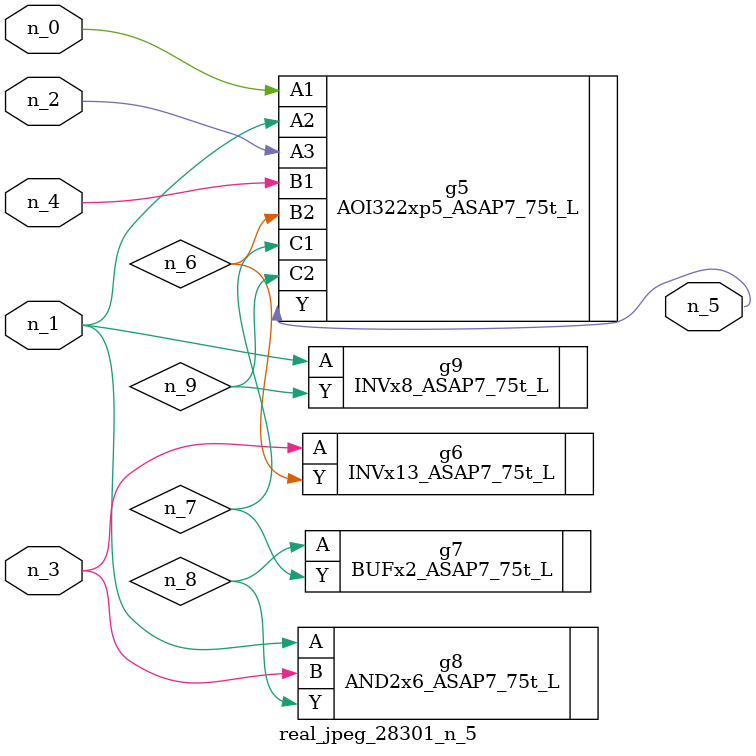
<source format=v>
module real_jpeg_28301_n_5 (n_4, n_0, n_1, n_2, n_3, n_5);

input n_4;
input n_0;
input n_1;
input n_2;
input n_3;

output n_5;

wire n_8;
wire n_6;
wire n_7;
wire n_9;

AOI322xp5_ASAP7_75t_L g5 ( 
.A1(n_0),
.A2(n_1),
.A3(n_2),
.B1(n_4),
.B2(n_6),
.C1(n_7),
.C2(n_9),
.Y(n_5)
);

AND2x6_ASAP7_75t_L g8 ( 
.A(n_1),
.B(n_3),
.Y(n_8)
);

INVx8_ASAP7_75t_L g9 ( 
.A(n_1),
.Y(n_9)
);

INVx13_ASAP7_75t_L g6 ( 
.A(n_3),
.Y(n_6)
);

BUFx2_ASAP7_75t_L g7 ( 
.A(n_8),
.Y(n_7)
);


endmodule
</source>
